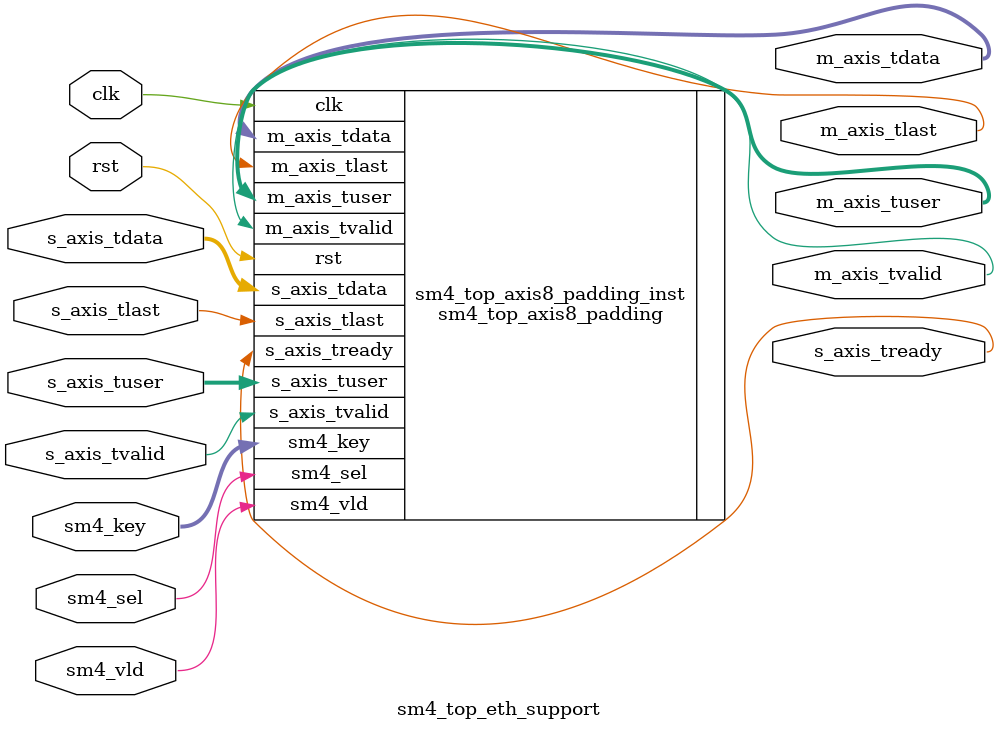
<source format=v>
`timescale 1ns / 100ps
module sm4_top_eth_support (
    input  wire         clk,
    input  wire         rst,

    input  wire         sm4_vld,
    input  wire [127:0] sm4_key, // 复位后，无需置sm4_vld，sm4_key和sm4_sel也会生效。
    input  wire         sm4_sel, // 0: encrypt, 1: decrypt

    input  wire [7  :0] s_axis_tdata,
    input  wire         s_axis_tvalid,
    input  wire         s_axis_tlast,
    output wire         s_axis_tready,
    input  wire [7  :0] s_axis_tuser,

    output wire [7  :0] m_axis_tdata,
    output wire         m_axis_tvalid,
    output wire         m_axis_tlast,
    output wire [7  :0] m_axis_tuser
);

sm4_top_axis8_padding  sm4_top_axis8_padding_inst (
    .clk(clk),
    .rst(rst),
    .sm4_vld(sm4_vld),
    .sm4_key(sm4_key),
    .sm4_sel(sm4_sel),
    .s_axis_tdata(s_axis_tdata),
    .s_axis_tvalid(s_axis_tvalid),
    .s_axis_tlast(s_axis_tlast),
    .s_axis_tready(s_axis_tready),
    .s_axis_tuser(s_axis_tuser),
    .m_axis_tdata(m_axis_tdata),
    .m_axis_tvalid(m_axis_tvalid),
    .m_axis_tlast(m_axis_tlast),
    .m_axis_tuser(m_axis_tuser)
    );
endmodule

</source>
